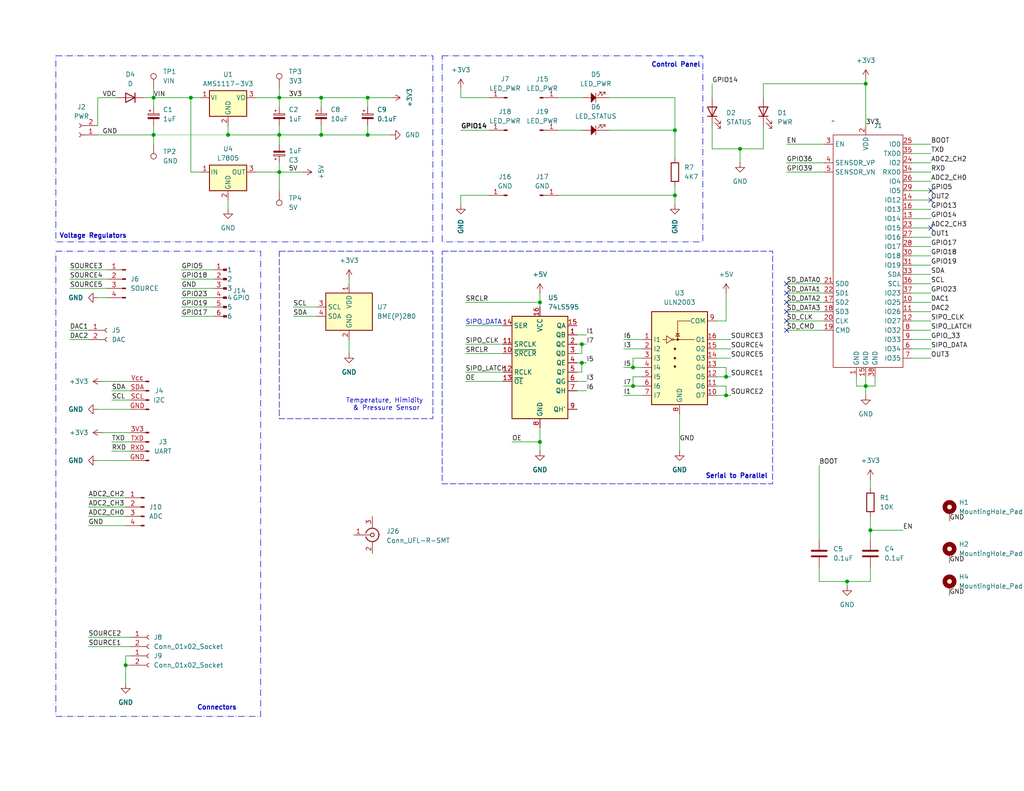
<source format=kicad_sch>
(kicad_sch (version 20231120) (generator "eeschema") (generator_version "8.0")
  (paper "USLetter")
  (title_block (title "ESP32 Node") (date "2024-07-03") (rev "v2.0"))
  (junction (at 388.62 22.86))
  (junction (at 595.63 139.7))
  (junction (at 147.32 120.65))
  (junction (at 87.63 26.67))
  (junction (at 62.23 36.83))
  (junction (at 198.12 102.87))
  (junction (at 76.2 36.83))
  (junction (at 184.15 35.56))
  (junction (at 358.14 30.48))
  (junction (at 198.12 107.95))
  (junction (at 172.72 105.41))
  (junction (at 100.33 36.83))
  (junction (at 595.63 116.84))
  (junction (at 595.63 132.08))
  (junction (at 595.63 124.46))
  (junction (at 41.91 36.83))
  (junction (at 52.07 26.67))
  (junction (at 478.79 156.21))
  (junction (at 76.2 46.99))
  (junction (at 158.75 93.98))
  (junction (at 377.19 151.13))
  (junction (at 236.22 105.41))
  (junction (at 158.75 99.06))
  (junction (at 347.98 54.61))
  (junction (at 401.32 163.83))
  (junction (at 237.49 144.78))
  (junction (at 495.3 168.91))
  (junction (at 100.33 26.67))
  (junction (at 76.2 26.67))
  (junction (at 595.63 128.27))
  (junction (at 41.91 26.67))
  (junction (at 87.63 36.83))
  (junction (at 147.32 82.55))
  (junction (at 184.15 53.34))
  (junction (at 449.58 99.06))
  (junction (at 495.3 156.21))
  (junction (at 231.14 158.75))
  (junction (at 236.22 22.86))
  (junction (at 358.14 22.86))
  (junction (at 201.93 40.64))
  (junction (at 595.63 135.89))
  (junction (at 374.65 30.48))
  (junction (at 595.63 120.65))
  (junction (at 172.72 100.33))
  (junction (at 34.29 181.61))
  (no_connect (at 214.63 82.55))
  (no_connect (at 214.63 90.17))
  (no_connect (at 361.95 113.03))
  (no_connect (at 214.63 85.09))
  (no_connect (at 254 52.07))
  (no_connect (at 254 62.23))
  (no_connect (at 254 54.61))
  (no_connect (at 214.63 80.01))
  (no_connect (at 214.63 87.63))
  (no_connect (at 214.63 77.47))
  (wire (pts (xy 478.79 168.91) (xy 476.25 168.91)))
  (wire (pts (xy 158.75 99.06) (xy 158.75 101.6)))
  (wire (pts (xy 248.92 44.45) (xy 254 44.45)))
  (wire (pts (xy 327.66 25.4) (xy 328.93 25.4)))
  (wire (pts (xy 62.23 54.61) (xy 62.23 57.15)))
  (wire (pts (xy 52.07 26.67) (xy 54.61 26.67)))
  (wire (pts (xy 588.01 135.89) (xy 595.63 135.89)))
  (wire (pts (xy 558.8 53.34) (xy 568.96 53.34)))
  (wire (pts (xy 157.48 99.06) (xy 158.75 99.06)))
  (wire (pts (xy 214.63 87.63) (xy 224.79 87.63)))
  (wire (pts (xy 34.29 179.07) (xy 34.29 181.61)))
  (wire (pts (xy 30.48 109.22) (xy 35.56 109.22)))
  (wire (pts (xy 195.58 107.95) (xy 198.12 107.95)))
  (wire (pts (xy 41.91 36.83) (xy 62.23 36.83)) (stroke (width 0.0254)))
  (wire (pts (xy 558.8 55.88) (xy 568.96 55.88)))
  (wire (pts (xy 358.14 171.45) (xy 361.95 171.45)))
  (wire (pts (xy 147.32 116.84) (xy 147.32 120.65)))
  (wire (pts (xy 127 93.98) (xy 137.16 93.98)))
  (wire (pts (xy 572.77 120.65) (xy 580.39 120.65)))
  (wire (pts (xy 184.15 26.67) (xy 184.15 35.56)))
  (wire (pts (xy 615.95 24.13) (xy 622.3 24.13)))
  (wire (pts (xy 588.01 124.46) (xy 595.63 124.46)))
  (wire (pts (xy 184.15 50.8) (xy 184.15 53.34)))
  (wire (pts (xy 24.13 173.99) (xy 35.56 173.99)))
  (wire (pts (xy 223.52 158.75) (xy 231.14 158.75)))
  (wire (pts (xy 595.63 139.7) (xy 595.63 143.51)))
  (wire (pts (xy 41.91 26.67) (xy 52.07 26.67)))
  (wire (pts (xy 341.63 52.07) (xy 354.33 52.07)))
  (wire (pts (xy 248.92 49.53) (xy 254 49.53)))
  (wire (pts (xy 201.93 40.64) (xy 208.28 40.64)))
  (wire (pts (xy 588.01 120.65) (xy 595.63 120.65)))
  (wire (pts (xy 495.3 158.75) (xy 495.3 156.21)))
  (wire (pts (xy 377.19 151.13) (xy 382.27 151.13)))
  (wire (pts (xy 214.63 85.09) (xy 224.79 85.09)))
  (wire (pts (xy 54.61 46.99) (xy 52.07 46.99)))
  (wire (pts (xy 30.48 120.65) (xy 35.56 120.65)))
  (wire (pts (xy 508 91.44) (xy 515.62 91.44)))
  (wire (pts (xy 495.3 156.21) (xy 504.19 156.21)))
  (wire (pts (xy 623.57 62.23) (xy 635 62.23)))
  (wire (pts (xy 24.13 140.97) (xy 34.29 140.97)))
  (wire (pts (xy 401.32 142.24) (xy 401.32 146.05)))
  (wire (pts (xy 127 96.52) (xy 137.16 96.52)))
  (wire (pts (xy 236.22 21.59) (xy 236.22 22.86)))
  (wire (pts (xy 248.92 64.77) (xy 254 64.77)))
  (wire (pts (xy 172.72 100.33) (xy 175.26 100.33)))
  (wire (pts (xy 172.72 105.41) (xy 175.26 105.41)))
  (wire (pts (xy 248.92 67.31) (xy 254 67.31)))
  (wire (pts (xy 615.95 26.67) (xy 622.3 26.67)))
  (wire (pts (xy 615.95 19.05) (xy 622.3 19.05)))
  (wire (pts (xy 623.57 57.15) (xy 635 57.15)))
  (wire (pts (xy 353.06 22.86) (xy 358.14 22.86)))
  (wire (pts (xy 27.94 104.14) (xy 35.56 104.14)))
  (wire (pts (xy 198.12 107.95) (xy 199.39 107.95)))
  (wire (pts (xy 572.77 128.27) (xy 580.39 128.27)))
  (wire (pts (xy 170.18 92.71) (xy 175.26 92.71)))
  (wire (pts (xy 389.89 151.13) (xy 393.7 151.13)))
  (wire (pts (xy 452.12 95.25) (xy 452.12 99.06)))
  (wire (pts (xy 62.23 34.29) (xy 62.23 36.83)))
  (wire (pts (xy 100.33 36.83) (xy 106.68 36.83)))
  (wire (pts (xy 195.58 92.71) (xy 199.39 92.71)))
  (wire (pts (xy 29.21 78.74) (xy 19.05 78.74)))
  (wire (pts (xy 551.22 22.73) (xy 558.84 22.73)))
  (wire (pts (xy 233.68 105.41) (xy 236.22 105.41)))
  (wire (pts (xy 158.75 93.98) (xy 160.02 93.98)))
  (wire (pts (xy 125.73 26.67) (xy 125.73 24.13)))
  (wire (pts (xy 76.2 34.29) (xy 76.2 36.83)))
  (wire (pts (xy 29.21 73.66) (xy 19.05 73.66)))
  (wire (pts (xy 248.92 39.37) (xy 254 39.37)))
  (wire (pts (xy 87.63 26.67) (xy 87.63 29.21)))
  (wire (pts (xy 374.65 30.48) (xy 374.65 34.29)))
  (wire (pts (xy 49.53 81.28) (xy 58.42 81.28)))
  (wire (pts (xy 595.63 120.65) (xy 595.63 124.46)))
  (wire (pts (xy 198.12 87.63) (xy 195.58 87.63)))
  (wire (pts (xy 461.01 67.31) (xy 466.09 67.31)))
  (wire (pts (xy 194.31 22.86) (xy 194.31 26.67)))
  (wire (pts (xy 49.53 83.82) (xy 58.42 83.82)))
  (wire (pts (xy 195.58 105.41) (xy 198.12 105.41)))
  (wire (pts (xy 26.67 81.28) (xy 29.21 81.28)))
  (wire (pts (xy 147.32 82.55) (xy 147.32 83.82)))
  (wire (pts (xy 595.63 128.27) (xy 595.63 132.08)))
  (wire (pts (xy 458.47 168.91) (xy 461.01 168.91)))
  (wire (pts (xy 595.63 116.84) (xy 595.63 120.65)))
  (wire (pts (xy 504.19 163.83) (xy 504.19 168.91)))
  (wire (pts (xy 631.19 8.89) (xy 631.19 12.7)))
  (wire (pts (xy 125.73 53.34) (xy 125.73 55.88)))
  (wire (pts (xy 382.27 22.86) (xy 388.62 22.86)))
  (wire (pts (xy 224.79 39.37) (xy 214.63 39.37)))
  (wire (pts (xy 358.14 173.99) (xy 361.95 173.99)))
  (wire (pts (xy 166.37 35.56) (xy 184.15 35.56)))
  (wire (pts (xy 133.35 26.67) (xy 125.73 26.67)))
  (wire (pts (xy 147.32 80.01) (xy 147.32 82.55)))
  (wire (pts (xy 26.67 26.67) (xy 31.75 26.67)))
  (wire (pts (xy 233.68 102.87) (xy 233.68 105.41)))
  (wire (pts (xy 434.34 55.88) (xy 438.15 55.88)))
  (wire (pts (xy 588.01 132.08) (xy 595.63 132.08)))
  (wire (pts (xy 41.91 39.37) (xy 41.91 36.83)))
  (wire (pts (xy 19.05 90.17) (xy 24.13 90.17)))
  (wire (pts (xy 214.63 46.99) (xy 224.79 46.99)))
  (wire (pts (xy 504.19 161.29) (xy 506.73 161.29)))
  (wire (pts (xy 49.53 76.2) (xy 58.42 76.2)))
  (wire (pts (xy 34.29 181.61) (xy 35.56 181.61)))
  (wire (pts (xy 27.94 118.11) (xy 35.56 118.11)))
  (wire (pts (xy 41.91 26.67) (xy 41.91 29.21)))
  (wire (pts (xy 237.49 140.97) (xy 237.49 144.78)))
  (wire (pts (xy 237.49 144.78) (xy 246.38 144.78)))
  (wire (pts (xy 198.12 100.33) (xy 198.12 102.87)))
  (wire (pts (xy 248.92 92.71) (xy 254 92.71)))
  (wire (pts (xy 41.91 34.29) (xy 41.91 36.83)))
  (wire (pts (xy 201.93 44.45) (xy 201.93 40.64)))
  (wire (pts (xy 152.4 35.56) (xy 158.75 35.56)))
  (wire (pts (xy 214.63 80.01) (xy 224.79 80.01)))
  (wire (pts (xy 198.12 80.01) (xy 198.12 87.63)))
  (wire (pts (xy 24.13 176.53) (xy 35.56 176.53)))
  (wire (pts (xy 486.41 173.99) (xy 487.68 173.99)))
  (wire (pts (xy 214.63 77.47) (xy 224.79 77.47)))
  (wire (pts (xy 157.48 96.52) (xy 158.75 96.52)))
  (wire (pts (xy 361.95 118.11) (xy 373.38 118.11)))
  (wire (pts (xy 157.48 104.14) (xy 160.02 104.14)))
  (wire (pts (xy 208.28 34.29) (xy 208.28 40.64)))
  (wire (pts (xy 52.07 26.67) (xy 52.07 46.99)))
  (wire (pts (xy 248.92 87.63) (xy 254 87.63)))
  (wire (pts (xy 342.9 113.03) (xy 346.71 113.03)))
  (wire (pts (xy 35.56 179.07) (xy 34.29 179.07)))
  (wire (pts (xy 76.2 46.99) (xy 82.55 46.99)))
  (wire (pts (xy 41.91 24.13) (xy 41.91 26.67)))
  (wire (pts (xy 76.2 36.83) (xy 87.63 36.83)))
  (wire (pts (xy 588.01 128.27) (xy 595.63 128.27)))
  (wire (pts (xy 248.92 90.17) (xy 254 90.17)))
  (wire (pts (xy 152.4 26.67) (xy 158.75 26.67)))
  (wire (pts (xy 567.73 10.03) (xy 567.73 13.84)))
  (wire (pts (xy 195.58 97.79) (xy 199.39 97.79)))
  (wire (pts (xy 401.32 156.21) (xy 401.32 163.83)))
  (wire (pts (xy 631.19 33.02) (xy 631.19 35.56)))
  (wire (pts (xy 248.92 80.01) (xy 254 80.01)))
  (wire (pts (xy 461.01 69.85) (xy 466.09 69.85)))
  (wire (pts (xy 237.49 154.94) (xy 237.49 158.75)))
  (wire (pts (xy 208.28 22.86) (xy 208.28 26.67)))
  (wire (pts (xy 127 88.9) (xy 137.16 88.9)))
  (wire (pts (xy 504.19 156.21) (xy 504.19 161.29)))
  (wire (pts (xy 623.57 66.04) (xy 623.57 62.23)))
  (wire (pts (xy 80.01 86.36) (xy 86.36 86.36)))
  (wire (pts (xy 195.58 100.33) (xy 198.12 100.33)))
  (wire (pts (xy 35.56 111.76) (xy 26.67 111.76)))
  (wire (pts (xy 195.58 95.25) (xy 199.39 95.25)))
  (wire (pts (xy 495.3 156.21) (xy 478.79 156.21)))
  (wire (pts (xy 30.48 123.19) (xy 35.56 123.19)))
  (wire (pts (xy 476.25 173.99) (xy 478.79 173.99)))
  (wire (pts (xy 125.73 35.56) (xy 133.35 35.56)))
  (wire (pts (xy 87.63 26.67) (xy 100.33 26.67)))
  (wire (pts (xy 595.63 113.03) (xy 595.63 116.84)))
  (wire (pts (xy 194.31 40.64) (xy 201.93 40.64)))
  (wire (pts (xy 76.2 36.83) (xy 76.2 39.37)))
  (wire (pts (xy 248.92 41.91) (xy 254 41.91)))
  (wire (pts (xy 452.12 99.06) (xy 449.58 99.06)))
  (wire (pts (xy 248.92 85.09) (xy 254 85.09)))
  (wire (pts (xy 461.01 62.23) (xy 466.09 62.23)))
  (wire (pts (xy 237.49 144.78) (xy 237.49 147.32)))
  (wire (pts (xy 194.31 34.29) (xy 194.31 40.64)))
  (wire (pts (xy 147.32 120.65) (xy 147.32 123.19)))
  (wire (pts (xy 449.58 95.25) (xy 449.58 99.06)))
  (wire (pts (xy 448.31 27.94) (xy 448.31 31.75)))
  (wire (pts (xy 434.34 58.42) (xy 438.15 58.42)))
  (wire (pts (xy 551.22 20.19) (xy 558.84 20.19)))
  (wire (pts (xy 100.33 26.67) (xy 100.33 29.21)))
  (wire (pts (xy 623.57 59.69) (xy 635 59.69)))
  (wire (pts (xy 358.14 166.37) (xy 361.95 166.37)))
  (wire (pts (xy 358.14 24.13) (xy 358.14 22.86)))
  (wire (pts (xy 623.57 54.61) (xy 635 54.61)))
  (wire (pts (xy 388.62 30.48) (xy 374.65 30.48)))
  (wire (pts (xy 588.01 139.7) (xy 595.63 139.7)))
  (wire (pts (xy 62.23 36.83) (xy 76.2 36.83)))
  (wire (pts (xy 401.32 163.83) (xy 401.32 172.72)))
  (wire (pts (xy 358.14 168.91) (xy 361.95 168.91)))
  (wire (pts (xy 361.95 115.57) (xy 373.38 115.57)))
  (wire (pts (xy 248.92 72.39) (xy 254 72.39)))
  (wire (pts (xy 214.63 90.17) (xy 224.79 90.17)))
  (wire (pts (xy 561.34 48.26) (xy 568.96 48.26)))
  (wire (pts (xy 449.58 99.06) (xy 449.58 101.6)))
  (wire (pts (xy 76.2 29.21) (xy 76.2 26.67)))
  (wire (pts (xy 236.22 22.86) (xy 236.22 34.29)))
  (wire (pts (xy 80.01 83.82) (xy 86.36 83.82)))
  (wire (pts (xy 248.92 46.99) (xy 254 46.99)))
  (wire (pts (xy 76.2 46.99) (xy 76.2 52.07)))
  (wire (pts (xy 170.18 105.41) (xy 172.72 105.41)))
  (wire (pts (xy 572.77 135.89) (xy 580.39 135.89)))
  (wire (pts (xy 248.92 57.15) (xy 254 57.15)))
  (wire (pts (xy 248.92 74.93) (xy 254 74.93)))
  (wire (pts (xy 327.66 30.48) (xy 358.14 30.48)))
  (wire (pts (xy 341.63 49.53) (xy 347.98 49.53)))
  (wire (pts (xy 347.98 49.53) (xy 347.98 54.61)))
  (wire (pts (xy 26.67 36.83) (xy 41.91 36.83)))
  (wire (pts (xy 401.32 163.83) (xy 393.7 163.83)))
  (wire (pts (xy 24.13 138.43) (xy 34.29 138.43)))
  (wire (pts (xy 125.73 53.34) (xy 133.35 53.34)))
  (wire (pts (xy 558.8 58.42) (xy 558.8 55.88)))
  (wire (pts (xy 170.18 107.95) (xy 175.26 107.95)))
  (wire (pts (xy 377.19 142.24) (xy 377.19 151.13)))
  (wire (pts (xy 572.77 116.84) (xy 580.39 116.84)))
  (wire (pts (xy 214.63 44.45) (xy 224.79 44.45)))
  (wire (pts (xy 495.3 179.07) (xy 495.3 182.88)))
  (wire (pts (xy 157.48 91.44) (xy 160.02 91.44)))
  (wire (pts (xy 35.56 125.73) (xy 26.67 125.73)))
  (wire (pts (xy 572.77 124.46) (xy 580.39 124.46)))
  (wire (pts (xy 248.92 62.23) (xy 254 62.23)))
  (wire (pts (xy 504.19 88.9) (xy 515.62 88.9)))
  (wire (pts (xy 100.33 34.29) (xy 100.33 36.83)))
  (wire (pts (xy 506.73 163.83) (xy 504.19 163.83)))
  (wire (pts (xy 327.66 113.03) (xy 335.28 113.03)))
  (wire (pts (xy 95.25 76.2) (xy 95.25 77.47)))
  (wire (pts (xy 49.53 86.36) (xy 58.42 86.36)))
  (wire (pts (xy 236.22 105.41) (xy 236.22 107.95)))
  (wire (pts (xy 248.92 54.61) (xy 254 54.61)))
  (wire (pts (xy 248.92 82.55) (xy 254 82.55)))
  (wire (pts (xy 595.63 135.89) (xy 595.63 139.7)))
  (wire (pts (xy 248.92 97.79) (xy 254 97.79)))
  (wire (pts (xy 478.79 156.21) (xy 478.79 168.91)))
  (wire (pts (xy 76.2 44.45) (xy 76.2 46.99)))
  (wire (pts (xy 170.18 95.25) (xy 175.26 95.25)))
  (wire (pts (xy 127 101.6) (xy 137.16 101.6)))
  (wire (pts (xy 223.52 127) (xy 223.52 147.32)))
  (wire (pts (xy 572.77 139.7) (xy 580.39 139.7)))
  (wire (pts (xy 626.11 49.53) (xy 635 49.53)))
  (wire (pts (xy 384.81 163.83) (xy 386.08 163.83)))
  (wire (pts (xy 461.01 72.39) (xy 466.09 72.39)))
  (wire (pts (xy 344.17 123.19) (xy 344.17 118.11)))
  (wire (pts (xy 184.15 53.34) (xy 184.15 55.88)))
  (wire (pts (xy 198.12 105.41) (xy 198.12 107.95)))
  (wire (pts (xy 455.93 173.99) (xy 461.01 173.99)))
  (wire (pts (xy 69.85 46.99) (xy 76.2 46.99)))
  (wire (pts (xy 69.85 26.67) (xy 76.2 26.67)))
  (wire (pts (xy 388.62 29.21) (xy 388.62 30.48)))
  (wire (pts (xy 347.98 54.61) (xy 347.98 60.96)))
  (wire (pts (xy 19.05 92.71) (xy 24.13 92.71)))
  (wire (pts (xy 34.29 181.61) (xy 34.29 186.69)))
  (wire (pts (xy 127 82.55) (xy 147.32 82.55)))
  (wire (pts (xy 238.76 105.41) (xy 236.22 105.41)))
  (wire (pts (xy 377.19 168.91) (xy 377.19 172.72)))
  (wire (pts (xy 341.63 54.61) (xy 347.98 54.61)))
  (wire (pts (xy 198.12 102.87) (xy 199.39 102.87)))
  (wire (pts (xy 440.69 168.91) (xy 450.85 168.91)))
  (wire (pts (xy 388.62 22.86) (xy 388.62 24.13)))
  (wire (pts (xy 248.92 52.07) (xy 254 52.07)))
  (wire (pts (xy 339.09 22.86) (xy 345.44 22.86)))
  (wire (pts (xy 157.48 93.98) (xy 158.75 93.98)))
  (wire (pts (xy 248.92 95.25) (xy 254 95.25)))
  (wire (pts (xy 358.14 163.83) (xy 361.95 163.83)))
  (wire (pts (xy 623.57 52.07) (xy 635 52.07)))
  (wire (pts (xy 238.76 102.87) (xy 238.76 105.41)))
  (wire (pts (xy 588.01 113.03) (xy 595.63 113.03)))
  (wire (pts (xy 588.01 116.84) (xy 595.63 116.84)))
  (wire (pts (xy 34.29 135.89) (xy 24.13 135.89)))
  (wire (pts (xy 447.04 99.06) (xy 449.58 99.06)))
  (wire (pts (xy 558.8 50.8) (xy 568.96 50.8)))
  (wire (pts (xy 447.04 95.25) (xy 447.04 99.06)))
  (wire (pts (xy 184.15 35.56) (xy 184.15 43.18)))
  (wire (pts (xy 139.7 120.65) (xy 147.32 120.65)))
  (wire (pts (xy 388.62 22.86) (xy 400.05 22.86)) (stroke (width 0) (color 255 0 0 1)))
  (wire (pts (xy 248.92 69.85) (xy 254 69.85)))
  (wire (pts (xy 76.2 24.13) (xy 76.2 26.67)))
  (wire (pts (xy 175.26 102.87) (xy 172.72 102.87)))
  (wire (pts (xy 248.92 59.69) (xy 254 59.69)))
  (wire (pts (xy 175.26 97.79) (xy 172.72 97.79)))
  (wire (pts (xy 358.14 22.86) (xy 367.03 22.86)))
  (wire (pts (xy 461.01 44.45) (xy 466.09 44.45)))
  (wire (pts (xy 358.14 30.48) (xy 374.65 30.48)))
  (wire (pts (xy 237.49 130.81) (xy 237.49 133.35)))
  (wire (pts (xy 495.3 166.37) (xy 495.3 168.91)))
  (wire (pts (xy 170.18 100.33) (xy 172.72 100.33)))
  (wire (pts (xy 87.63 34.29) (xy 87.63 36.83)))
  (wire (pts (xy 358.14 29.21) (xy 358.14 30.48)))
  (wire (pts (xy 49.53 73.66) (xy 58.42 73.66)))
  (wire (pts (xy 30.48 106.68) (xy 35.56 106.68)))
  (wire (pts (xy 248.92 77.47) (xy 254 77.47)))
  (wire (pts (xy 26.67 26.67) (xy 26.67 34.29)))
  (wire (pts (xy 615.95 21.59) (xy 622.3 21.59)))
  (wire (pts (xy 358.14 161.29) (xy 361.95 161.29)))
  (wire (pts (xy 152.4 53.34) (xy 184.15 53.34)))
  (wire (pts (xy 231.14 158.75) (xy 231.14 160.02)))
  (wire (pts (xy 24.13 143.51) (xy 34.29 143.51)))
  (wire (pts (xy 214.63 82.55) (xy 224.79 82.55)))
  (wire (pts (xy 377.19 151.13) (xy 377.19 158.75)))
  (wire (pts (xy 572.77 132.08) (xy 580.39 132.08)))
  (wire (pts (xy 172.72 97.79) (xy 172.72 100.33)))
  (wire (pts (xy 157.48 101.6) (xy 158.75 101.6)))
  (wire (pts (xy 157.48 106.68) (xy 160.02 106.68)))
  (wire (pts (xy 95.25 92.71) (xy 95.25 96.52)))
  (wire (pts (xy 567.73 29.08) (xy 567.73 34.16)))
  (wire (pts (xy 595.63 124.46) (xy 595.63 128.27)))
  (wire (pts (xy 223.52 154.94) (xy 223.52 158.75)))
  (wire (pts (xy 478.79 153.67) (xy 478.79 156.21)))
  (wire (pts (xy 195.58 102.87) (xy 198.12 102.87)))
  (wire (pts (xy 185.42 113.03) (xy 185.42 123.19)))
  (wire (pts (xy 76.2 26.67) (xy 87.63 26.67)))
  (wire (pts (xy 450.85 27.94) (xy 450.85 31.75)))
  (wire (pts (xy 49.53 78.74) (xy 58.42 78.74)))
  (wire (pts (xy 29.21 76.2) (xy 19.05 76.2)))
  (wire (pts (xy 344.17 118.11) (xy 346.71 118.11)))
  (wire (pts (xy 231.14 158.75) (xy 237.49 158.75)))
  (wire (pts (xy 208.28 22.86) (xy 236.22 22.86)))
  (wire (pts (xy 327.66 27.94) (xy 327.66 25.4)))
  (wire (pts (xy 504.19 168.91) (xy 495.3 168.91)))
  (wire (pts (xy 158.75 99.06) (xy 160.02 99.06)))
  (wire (pts (xy 455.93 182.88) (xy 455.93 173.99)))
  (wire (pts (xy 172.72 102.87) (xy 172.72 105.41)))
  (wire (pts (xy 236.22 102.87) (xy 236.22 105.41)))
  (wire (pts (xy 595.63 132.08) (xy 595.63 135.89)))
  (wire (pts (xy 158.75 96.52) (xy 158.75 93.98)))
  (wire (pts (xy 580.39 113.03) (xy 572.77 113.03)))
  (wire (pts (xy 166.37 26.67) (xy 184.15 26.67)))
  (wire (pts (xy 87.63 36.83) (xy 100.33 36.83)))
  (wire (pts (xy 461.01 64.77) (xy 466.09 64.77)))
  (wire (pts (xy 100.33 26.67) (xy 106.68 26.67)))
  (wire (pts (xy 39.37 26.67) (xy 41.91 26.67)))
  (wire (pts (xy 127 104.14) (xy 137.16 104.14)))
  (rectangle (start 328.93 137.16) (end 412.75 186.69) (stroke (width 0) (type dash_dot)))
  (rectangle (start 120.65 68.58) (end 210.82 132.08) (stroke (width 0) (type dash)))
  (rectangle (start 15.24 68.58) (end 71.12 195.58) (stroke (width 0) (type dash_dot)))
  (rectangle (start 76.2 68.58) (end 118.11 114.3) (stroke (width 0) (type dash)))
  (rectangle (start 120.65 15.24) (end 191.77 66.04) (stroke (width 0) (type dash_dot)))
  (rectangle (start 15.24 15.24) (end 118.11 66.04) (stroke (width 0) (type dash_dot)))
  (text "Voltage Regulators" (at 25.4 63.754 0) (effects (font (size 1.27 1.27) (thickness 0.254) (bold yes)) (justify top)))
  (text "UART Programmer" (at 401.828 184.912 0) (effects (font (size 1.27 1.27))))
  (text "Control Panel " (at 184.912 17.78 0) (effects (font (size 1.27 1.27) (thickness 0.254) (bold yes))))
  (text "Connectors\n" (at 59.182 193.294 0) (effects (font (size 1.27 1.27) (thickness 0.254) (bold yes))))
  (text "Serial to Parallel" (at 209.55 130.81 0) (effects (font (size 1.27 1.27) (bold yes)) (justify right bottom)))
  (text "Temperature, Himidity \n& Pressure Sensor" (at 105.41 110.49 0) (effects (font (size 1.27 1.27))))
  (label "SIPO_DATA" (at 254 95.25 0))
  (label "VIN" (at 358.14 22.86 0))
  (label "SOURCE5" (at 199.39 97.79 0))
  (label "GND" (at 259.08 142.24 0))
  (label "SPI-SDA" (at 623.57 52.07 0))
  (label "12V" (at 508 91.44 0))
  (label "SOURCE3" (at 19.05 73.66 0))
  (label "SOURCE4" (at 19.05 76.2 0))
  (label "SD_DATA1" (at 214.63 80.01 0))
  (label "SOURCE1" (at 24.13 176.53 0))
  (label "I7" (at 160.02 93.98 0))
  (label "TXD" (at 361.95 166.37 0))
  (label "GPIO5" (at 254 52.07 0))
  (label "SOURCE5" (at 19.05 78.74 0))
  (label "RTS" (at 401.32 172.72 0))
  (label "ADC2_CH2" (at 254 44.45 0))
  (label "OUT1" (at 254 64.77 0))
  (label "SPI-SDO" (at 623.57 59.69 0))
  (label "GND" (at 508 88.9 0))
  (label "SPI-SCL" (at 466.09 62.23 0))
  (label "GPIO_33" (at 254 92.71 0))
  (label "I3" (at 160.02 104.14 0))
  (label "OUT2" (at 254 54.61 0))
  (label "3V3" (at 361.95 161.29 0))
  (label "SD_DATA0" (at 214.63 77.47 0))
  (label "QB-2" (at 572.77 116.84 180))
  (label "EN" (at 401.32 142.24 0))
  (label "D5" (at 615.95 24.13 0))
  (label "5V" (at 397.51 22.86 0))
  (label "GPIO23" (at 254 80.01 0))
  (label "VDC" (at 27.94 26.67 0))
  (label "GPIO13" (at 254 57.15 0))
  (label "SCL" (at 80.01 83.82 0))
  (label "QD-2" (at 572.77 124.46 180))
  (label "SIPO_CLK" (at 127 93.98 0))
  (label "QF-2" (at 572.77 132.08 180))
  (label "SD_CLK" (at 214.63 87.63 0))
  (label "SPI-CSB" (at 623.57 57.15 0))
  (label "DAC2" (at 19.05 92.71 0))
  (label "OE" (at 139.7 120.65 0))
  (label "TXD" (at 254 41.91 0))
  (label "I1" (at 170.18 107.95 0))
  (label "BOOT" (at 223.52 127 0))
  (label "ADC2_CH2" (at 24.13 135.89 0))
  (label "SDA" (at 254 74.93 0))
  (label "D19" (at 615.95 26.67 0))
  (label "SD_CMD" (at 214.63 90.17 0))
  (label "ADC2_CH0" (at 24.13 140.97 0))
  (label "SD_DATA3" (at 214.63 85.09 0))
  (label "SIPO_LATCH" (at 127 101.6 0))
  (label "QA-2" (at 572.77 113.03 180))
  (label "I5" (at 160.02 99.06 0))
  (label "GPIO17" (at 254 67.31 0))
  (label "GPIO23" (at 49.53 81.28 0))
  (label "3V3" (at 450.85 27.94 0))
  (label "GPIO5" (at 49.53 73.66 0))
  (label "DTR" (at 377.19 142.24 0))
  (label "GPIO13" (at 440.69 168.91 0))
  (label "SD_DATA2" (at 214.63 82.55 0))
  (label "SDA-2" (at 551.22 22.73 0))
  (label "SPI-SCL" (at 623.57 54.61 0))
  (label "GND" (at 24.13 143.51 0))
  (label "EN" (at 246.38 144.78 0))
  (label "D18" (at 615.95 19.05 0))
  (label "RTS" (at 361.95 171.45 0))
  (label "D23" (at 615.95 21.59 0))
  (label "5V" (at 342.9 52.07 0))
  (label "SCL" (at 254 77.47 0))
  (label "SIPO_LATCH" (at 254 90.17 0))
  (label "GPIO18" (at 254 69.85 0))
  (label "GPIO14" (at 194.31 22.86 0))
  (label "GPIO14" (at 254 59.69 0))
  (label "V1-" (at 363.22 118.11 0))
  (label "BOOT" (at 377.19 172.72 0))
  (label "RX" (at 434.34 55.88 0))
  (label "RXD" (at 30.48 123.19 0))
  (label "GPIO27" (at 327.66 113.03 0))
  (label "SCL" (at 30.48 109.22 0))
  (label "GND" (at 361.95 163.83 0))
  (label "SIPO_CLK" (at 254 87.63 0))
  (label "GND" (at 49.53 78.74 0))
  (label "I6" (at 170.18 92.71 0))
  (label "3V3" (at 236.22 34.29 0))
  (label "QE-2" (at 572.77 128.27 180))
  (label "ADC2_CH3" (at 254 62.23 0))
  (label "SPI-SDO" (at 466.09 64.77 0))
  (label "OUT3" (at 254 97.79 0))
  (label "SCL-2" (at 558.8 53.34 0))
  (label "GPIO39" (at 214.63 46.99 0))
  (label "I5" (at 170.18 100.33 0))
  (label "SOURCE1" (at 199.39 102.87 0))
  (label "SPI-CSB" (at 466.09 44.45 0))
  (label "SPI-SDA" (at 466.09 72.39 0))
  (label "GND" (at 259.08 153.67 0))
  (label "GPIO17" (at 49.53 86.36 0))
  (label "GPIO18" (at 49.53 76.2 0))
  (label "SOURCE2" (at 199.39 107.95 0))
  (label "BOOT" (at 254 39.37 0))
  (label "RXD" (at 361.95 168.91 0))
  (label "SRCLR" (at 127 82.55 0))
  (label "SOURCE3" (at 199.39 92.71 0))
  (label "DTR" (at 361.95 173.99 0))
  (label "ADC2_CH0" (at 254 49.53 0))
  (label "5V" (at 78.74 46.99 0))
  (label "ADC2_CH3" (at 24.13 138.43 0))
  (label "SCL-2" (at 551.22 20.19 0))
  (label "GND" (at 259.08 162.56 0))
  (label "VIN" (at 41.91 26.67 0))
  (label "SDA-2" (at 558.8 50.8 0))
  (label "DAC2" (at 254 85.09 0))
  (label "SDA" (at 80.01 86.36 0))
  (label "TX" (at 434.34 58.42 0))
  (label "QH-2" (at 572.77 139.7 180))
  (label "DAC1" (at 254 82.55 0))
  (label "3V3" (at 78.74 26.67 0))
  (label "OE" (at 127 104.14 0))
  (label "SDA" (at 30.48 106.68 0))
  (label "SRCLR" (at 127 96.52 0))
  (label "GPIO19" (at 49.53 83.82 0))
  (label "GPIO36" (at 214.63 44.45 0))
  (label "GPIO19" (at 254 72.39 0))
  (label "SCL-2" (at 466.09 69.85 0))
  (label "I3" (at 170.18 95.25 0))
  (label "GND" (at 27.94 36.83 0))
  (label "I1" (at 160.02 91.44 0))
  (label "V1+" (at 363.22 115.57 0))
  (label "DAC1" (at 19.05 90.17 0))
  (label "EN" (at 214.63 39.37 0))
  (label "VDC" (at 340.36 22.86 0))
  (label "I6" (at 160.02 106.68 0))
  (label "SIPO_DATA" (at 127 88.9 0))
  (label "QC-2" (at 572.77 120.65 180))
  (label "GND" (at 185.42 120.65 0))
  (label "GPIO14" (at 125.73 35.56 0) (effects (font (bold yes))))
  (label "SOURCE4" (at 199.39 95.25 0))
  (label "I7" (at 170.18 105.41 0))
  (label "GND" (at 347.98 30.48 0))
  (label "TXD" (at 30.48 120.65 0))
  (label "SDA-2" (at 466.09 67.31 0))
  (label "SOURCE2" (at 24.13 173.99 0))
  (label "RXD" (at 254 46.99 0))
  (label "QG-2" (at 572.77 135.89 180))
  (symbol (lib_id "Connector:Conn_01x02_Socket") (at 29.21 90.17 0) (unit 1)
    (property "Reference" "J5" (at 30.48 90.1699 0) (effects (justify left)))
    (property "Value" "DAC" (at 30.48 92.7099 0) (effects (justify left)))
    (property "Footprint" "Connector_PinSocket_2.54mm:PinSocket_1x02_P2.54mm_Vertical" (effects (hide yes)))
  )
  (symbol (lib_id "power:GND") (at 631.19 35.56 0) (unit 1)
    (property "Reference" "#PWR042" (effects (hide yes)))
    (property "Value" "GND" (at 631.19 40.64 0))
  )
  (symbol (lib_id "power:GND") (at 106.68 36.83 90) (unit 1)
    (property "Reference" "#PWR03" (effects (hide yes)))
    (property "Value" "GND" (at 110.49 36.8299 90) (effects (justify right)))
  )
  (symbol (lib_id "Device:R") (at 389.89 163.83 270) (unit 1) (on_board no)
    (property "Reference" "R3" (at 389.89 157.48 90))
    (property "Value" "10K" (at 389.89 160.02 90))
    (property "Footprint" "Resistor_SMD:R_1210_3225Metric_Pad1.30x2.65mm_HandSolder" (effects (hide yes)))
    (property "Description" "Resistor" (effects (hide yes)))
  )
  (symbol (lib_id "Connector:Conn_01x04_Pin") (at 39.37 138.43 0) (mirror y) (unit 1)
    (property "Reference" "J10" (at 40.64 138.4299 0) (effects (justify right)))
    (property "Value" "ADC" (at 40.64 140.9699 0) (effects (justify right)))
    (property "Footprint" "Connector_PinSocket_2.54mm:PinSocket_1x04_P2.54mm_Vertical" (effects (hide yes)))
  )
  (symbol (lib_name "+3V3_2") (lib_id "power:+3V3") (at 631.19 8.89 0) (unit 1)
    (property "Reference" "#PWR043" (effects (hide yes)))
    (property "Value" "+3V3" (at 631.19 5.08 0))
    (property "Description" "Power symbol creates a global label with name \"+3V3\"" (effects (hide yes)))
  )
  (symbol (lib_id "Device:LED") (at 584.2 135.89 180) (unit 1)
    (property "Reference" "D14" (at 585.7875 128.27 0))
    (property "Value" "PWR" (at 585.7875 130.81 0))
    (property "Footprint" "LED_SMD:LED_1210_3225Metric_Pad1.42x2.65mm_HandSolder" (effects (hide yes)))
    (property "Description" "Light emitting diode" (effects (hide yes)))
  )
  (symbol (lib_id "Device:C_Polarized_Small") (at 388.62 26.67 0) (mirror x) (unit 1)
    (property "Reference" "C7" (at 391.16 28.4861 0) (effects (justify left)))
    (property "Value" "1uF" (at 391.16 25.9461 0) (effects (justify left)))
    (property "Footprint" "Capacitor_THT:CP_Radial_D4.0mm_P2.00mm" (effects (hide yes)))
  )
  (symbol (lib_id "power:+3V3") (at 95.25 76.2 0) (unit 1)
    (property "Reference" "#PWR022" (effects (hide yes)))
    (property "Value" "+3V3" (at 95.25 71.12 0))
  )
  (symbol (lib_id "power:GND") (at 26.67 81.28 270) (unit 1)
    (property "Reference" "#PWR023" (effects (hide yes)))
    (property "Value" "GND" (at 22.86 81.28 90) (effects (font (bold yes)) (justify right)))
  )
  (symbol (lib_id "power:+3V3") (at 27.94 118.11 90) (unit 1)
    (property "Reference" "#PWR06" (effects (hide yes)))
    (property "Value" "+3V3" (at 24.13 118.1099 90) (effects (justify left)))
  )
  (symbol (lib_id "power:GND") (at 567.73 34.16 0) (unit 1)
    (property "Reference" "#PWR032" (effects (hide yes)))
    (property "Value" "GND" (at 567.73 39.24 0))
  )
  (symbol (lib_id "Device:LED") (at 584.2 124.46 180) (unit 1)
    (property "Reference" "D11" (at 585.7875 116.84 0))
    (property "Value" "PWR" (at 585.7875 119.38 0))
    (property "Footprint" "LED_SMD:LED_1210_3225Metric_Pad1.42x2.65mm_HandSolder" (effects (hide yes)))
    (property "Description" "Light emitting diode" (effects (hide yes)))
  )
  (symbol (lib_id "Alexander Symbol Library:BME(P)280") (at 96.52 87.63 0) (unit 1)
    (property "Reference" "U7" (at 102.87 83.8199 0) (effects (justify left)))
    (property "Value" "BME(P)280" (at 102.87 86.3599 0) (effects (justify left)))
    (property "Footprint" "Alexander Footprint Library:BME280_BMP280_I2C" (effects (hide yes)))
    (property "Description" "Absolute Barometric Pressure Sensor" (effects (hide yes)))
  )
  (symbol (lib_id "Device:LED") (at 194.31 30.48 90) (unit 1)
    (property "Reference" "D2" (at 198.12 30.7974 90) (effects (justify right)))
    (property "Value" "STATUS" (at 198.12 33.3374 90) (effects (justify right)))
    (property "Footprint" "LED_SMD:LED_1210_3225Metric_Pad1.42x2.65mm_HandSolder" (effects (hide yes)))
    (property "Description" "Light emitting diode" (effects (hide yes)))
  )
  (symbol (lib_id "Connector:Conn_01x01_Pin") (at 147.32 35.56 0) (mirror x) (unit 1)
    (property "Reference" "J19" (at 147.955 30.48 0))
    (property "Value" "LED_PWR" (at 147.955 33.02 0))
    (property "Footprint" "Alexander Footprint Library:Pad_1x01_P2.54_SMD" (effects (hide yes)))
    (property "Description" "Generic connector, single row, 01x01, script generated" (effects (hide yes)))
  )
  (symbol (lib_id "power:+3V3") (at 27.94 104.14 90) (unit 1)
    (property "Reference" "#PWR08" (effects (hide yes)))
    (property "Value" "+3V3" (at 24.13 104.14 90) (effects (justify left)))
  )
  (symbol (lib_id "Regulator_Linear:L7805") (at 374.65 22.86 0) (unit 1)
    (property "Reference" "U9" (at 374.65 16.51 0))
    (property "Value" "L7805" (at 374.65 19.05 0))
    (property "Footprint" "Alexander Footprint Library:LD1117" (effects (hide yes)))
    (property "Datasheet" "datasheets/Voltage-Regulator_L7805.pdf" (effects (hide yes)))
    (property "Description" "Voltage Regulator 1.5A Positive" (effects (hide yes)))
  )
  (symbol (lib_id "Alexander Symbol Library:BME(P)280") (at 569 24 0) (unit 1)
    (property "Reference" "U8" (at 575.35 20.1899 0) (effects (justify left)))
    (property "Value" "BME(P)280" (at 575.35 22.7299 0) (effects (justify left)))
    (property "Footprint" "Alexander Footprint Library:BME280_BMP280_I2C" (effects (hide yes)))
    (property "Description" "Absolute Barometric Pressure Sensor" (effects (hide yes)))
  )
  (symbol (lib_id "power:+3V3") (at 561.34 48.26 90) (unit 1)
    (property "Reference" "#PWR038" (effects (hide yes)))
    (property "Value" "+3V3" (at 557.53 48.26 90) (effects (justify left)))
  )
  (symbol (lib_id "power:+5V") (at 198.12 80.01 0) (unit 1)
    (property "Reference" "#PWR012" (effects (hide yes)))
    (property "Value" "+5V" (at 198.12 74.93 0))
  )
  (symbol (lib_id "Device:C_Polarized_Small") (at 87.63 31.75 0) (unit 1)
    (property "Reference" "C8" (at 90.17 29.9338 0) (effects (justify left)))
    (property "Value" "10uF" (at 90.17 32.4738 0) (effects (justify left)))
    (property "Footprint" "Capacitor_SMD:CP_Elec_3x5.3" (effects (hide yes)))
  )
  (symbol (lib_id "Transistor_Array:ULN2003") (at 185.42 97.79 0) (unit 1) (on_board no)
    (property "Reference" "U3" (at 185.42 80.01 0))
    (property "Value" "ULN2003" (at 185.42 82.55 0))
    (property "Footprint" "Package_DIP:DIP-16_W7.62mm" (effects (hide yes)))
    (property "Datasheet" "http://www.ti.com/lit/ds/symlink/uln2003a.pdf" (effects (hide yes)))
  )
  (symbol (lib_id "PCM_SL_Devices:LED_5mm") (at 162.56 26.67 0) (unit 1)
    (property "Reference" "D5" (at 162.56 20.32 0))
    (property "Value" "LED_PWR" (at 162.56 22.86 0))
    (property "Footprint" "LED_THT:LED_D5.0mm" (effects (hide yes)))
    (property "Description" "Common 5mm diameter LED" (effects (hide yes)))
  )
  (symbol (lib_id "Device:LED") (at 584.2 139.7 180) (unit 1)
    (property "Reference" "D15" (at 585.7875 132.08 0))
    (property "Value" "PWR" (at 585.7875 134.62 0))
    (property "Footprint" "LED_SMD:LED_1210_3225Metric_Pad1.42x2.65mm_HandSolder" (effects (hide yes)))
    (property "Description" "Light emitting diode" (effects (hide yes)))
  )
  (symbol (lib_id "Device:D") (at 495.3 162.56 270) (unit 1) (on_board no)
    (property "Reference" "D3" (at 497.84 161.2899 90) (effects (justify left)))
    (property "Value" "1N4007" (at 497.84 163.8299 90) (effects (justify left)))
    (property "Description" "Diode" (effects (hide yes)))
    (property "Sim.Device" "D" (effects (hide yes)))
    (property "Sim.Pins" "1=K 2=A" (effects (hide yes)))
  )
  (symbol (lib_id "Device:R") (at 386.08 151.13 270) (unit 1) (on_board no)
    (property "Reference" "R4" (at 386.08 144.78 90))
    (property "Value" "10K" (at 386.08 147.32 90))
    (property "Footprint" "Resistor_SMD:R_1210_3225Metric_Pad1.30x2.65mm_HandSolder" (effects (hide yes)))
    (property "Description" "Resistor" (effects (hide yes)))
  )
  (symbol (lib_name "Conn_SPI_1") (lib_id "Alexander Symbol Library:Conn_SPI") (at 640.08 67.31 0) (mirror y) (unit 1)
    (property "Reference" "J24" (at 639.445 45.72 0))
    (property "Value" "~" (at 639.445 48.26 0))
    (property "Footprint" "Alexander Footprint Library:Conn_SPI" (effects (hide yes)))
  )
  (symbol (lib_name "Conn_UART_1") (lib_id "Alexander_Library_Symbols:Conn_UART") (at 40.64 118.11 0) (mirror y) (unit 1)
    (property "Reference" "J3" (at 44.45 120.65 0))
    (property "Value" "UART" (at 44.45 123.19 0))
    (property "Footprint" "Alexander Footprints Library:Conn_UART" (effects (hide yes)))
  )
  (symbol (lib_id "Device:C_Polarized_Small") (at 76.2 41.91 0) (mirror x) (unit 1)
    (property "Reference" "C3" (at 78.74 43.7261 0) (effects (justify left)))
    (property "Value" "1uF" (at 78.74 41.1861 0) (effects (justify left)))
    (property "Footprint" "Capacitor_THT:CP_Radial_D4.0mm_P2.00mm" (effects (hide yes)))
  )
  (symbol (lib_id "Device:C_Polarized_Small") (at 41.91 31.75 0) (unit 1)
    (property "Reference" "C1" (at 44.45 29.9339 0) (effects (justify left)))
    (property "Value" "1uF" (at 44.45 32.4739 0) (effects (justify left)))
    (property "Footprint" "Capacitor_THT:CP_Radial_D4.0mm_P2.00mm" (effects (hide yes)))
  )
  (symbol (lib_id "Device:R") (at 339.09 113.03 90) (unit 1) (on_board no)
    (property "Reference" "R2" (at 339.09 106.68 90))
    (property "Value" "1K" (at 339.09 109.22 90))
    (property "Footprint" "Resistor_SMD:R_1210_3225Metric_Pad1.30x2.65mm_HandSolder" (effects (hide yes)))
  )
  (symbol (lib_name "GND_6") (lib_id "power:GND") (at 455.93 182.88 0) (unit 1)
    (property "Reference" "#PWR020" (effects (hide yes)))
    (property "Value" "GND" (at 455.93 187.96 0))
    (property "Description" "Power symbol creates a global label with name \"GND\" , ground" (effects (hide yes)))
  )
  (symbol (lib_name "GND_5") (lib_id "power:GND") (at 495.3 182.88 0) (unit 1)
    (property "Reference" "#PWR019" (effects (hide yes)))
    (property "Value" "GND" (at 495.3 187.96 0))
    (property "Description" "Power symbol creates a global label with name \"GND\" , ground" (effects (hide yes)))
  )
  (symbol (lib_name "+5V_2") (lib_id "power:+5V") (at 448.31 27.94 0) (unit 1)
    (property "Reference" "#PWR030" (effects (hide yes)))
    (property "Value" "+5V" (at 448.31 22.86 0))
    (property "Description" "Power symbol creates a global label with name \"+5V\"" (effects (hide yes)))
  )
  (symbol (lib_id "power:GND") (at 26.67 111.76 270) (unit 1)
    (property "Reference" "#PWR09" (effects (hide yes)))
    (property "Value" "GND" (at 22.86 111.76 90) (effects (font (bold yes)) (justify right)))
  )
  (symbol (lib_name "GND_4") (lib_id "power:GND") (at 147.32 123.19 0) (unit 1)
    (property "Reference" "#PWR016" (effects (hide yes)))
    (property "Value" "GND" (at 147.32 128.27 0) (effects (font (bold yes))))
    (property "Description" "Power symbol creates a global label with name \"GND\" , ground" (effects (hide yes)))
  )
  (symbol (lib_name "+5V_2") (lib_id "power:+5V") (at 567.73 10.03 0) (unit 1)
    (property "Reference" "#PWR031" (effects (hide yes)))
    (property "Value" "+5V" (at 567.73 4.95 0))
    (property "Description" "Power symbol creates a global label with name \"+5V\"" (effects (hide yes)))
  )
  (symbol (lib_id "power:GND") (at 26.67 125.73 270) (unit 1)
    (property "Reference" "#PWR07" (effects (hide yes)))
    (property "Value" "GND" (at 22.86 125.73 90) (effects (font (bold yes)) (justify right)))
  )
  (symbol (lib_id "74xx:74LS595") (at 147.32 99.06 0) (unit 1) (on_board no)
    (property "Reference" "U5" (at 149.5141 81.28 0) (effects (justify left)))
    (property "Value" "74LS595" (at 149.5141 83.82 0) (effects (justify left)))
    (property "Footprint" "Package_DIP:DIP-16_W7.62mm" (effects (hide yes)))
    (property "Datasheet" "http://www.ti.com/lit/gpn/sn74ls595" (effects (hide yes)))
    (property "Description" "8-bit serial in/out Shift Register 3-State Outputs" (effects (hide yes)))
  )
  (symbol (lib_id "Connector:Conn_01x01_Pin") (at 147.32 26.67 0) (mirror x) (unit 1)
    (property "Reference" "J15" (at 147.955 21.59 0))
    (property "Value" "LED_PWR" (at 147.955 24.13 0))
    (property "Footprint" "Alexander Footprint Library:Pad_1x01_P2.54_SMD" (effects (hide yes)))
    (property "Description" "Generic connector, single row, 01x01, script generated" (effects (hide yes)))
  )
  (symbol (lib_id "Connector:Conn_01x02_Socket") (at 378.46 115.57 0) (unit 1) (on_board no)
    (property "Reference" "J12" (at 379.73 115.5699 0) (effects (justify left)))
    (property "Value" "Conn_01x02_Socket" (at 379.73 118.1099 0) (effects (justify left)))
    (property "Footprint" "Connector_PinSocket_2.54mm:PinSocket_1x02_P2.54mm_Vertical" (effects (hide yes)))
    (property "Description" "Generic connector, single row, 01x02, script generated" (effects (hide yes)))
  )
  (symbol (lib_id "Mechanical:MountingHole_Pad") (at 259.08 151.13 0) (unit 1)
    (property "Reference" "H2" (at 261.62 148.59 0) (effects (justify left)))
    (property "Value" "MountingHole_Pad" (at 261.62 151.13 0) (effects (justify left)))
    (property "Footprint" "MountingHole:MountingHole_3mm" (effects (hide yes)))
  )
  (symbol (lib_id "power:GND") (at 185.42 123.19 0) (unit 1)
    (property "Reference" "#PWR010" (effects (hide yes)))
    (property "Value" "GND" (at 185.42 128.27 0) (effects (font (bold yes))))
  )
  (symbol (lib_name "GND_3") (lib_id "power:GND") (at 201.93 44.45 0) (unit 1)
    (property "Reference" "#PWR015" (effects (hide yes)))
    (property "Value" "GND" (at 201.93 49.53 0))
    (property "Description" "Power symbol creates a global label with name \"GND\" , ground" (effects (hide yes)))
  )
  (symbol (lib_id "Device:D") (at 349.25 22.86 180) (unit 1)
    (property "Reference" "D7" (at 349.25 16.51 0))
    (property "Value" "D" (at 349.25 19.05 0))
    (property "Footprint" "Diode_SMD:D_1210_3225Metric" (effects (hide yes)))
    (property "Description" "Diode" (effects (hide yes)))
    (property "Sim.Device" "D" (effects (hide yes)))
    (property "Sim.Pins" "1=K 2=A" (effects (hide yes)))
  )
  (symbol (lib_id "Connector:Conn_01x02_Socket") (at 40.64 179.07 0) (unit 1)
    (property "Reference" "J9" (at 41.91 179.07 0) (effects (justify left)))
    (property "Value" "Conn_01x02_Socket" (at 41.91 181.61 0) (effects (justify left)))
    (property "Footprint" "Alexander Footprints Library:Conn_Terminal_5mm" (effects (hide yes)))
  )
  (symbol (lib_id "Connector:Conn_01x04_Pin") (at 34.29 76.2 0) (mirror y) (unit 1)
    (property "Reference" "J6" (at 35.56 76.1999 0) (effects (justify right)))
    (property "Value" "SOURCE" (at 35.56 78.7399 0) (effects (justify right)))
    (property "Footprint" "Connector_PinSocket_2.54mm:PinSocket_1x04_P2.54mm_Vertical" (effects (hide yes)))
  )
  (symbol (lib_id "power:+3V3") (at 237.49 130.81 0) (unit 1)
    (property "Reference" "#PWR024" (effects (hide yes)))
    (property "Value" "+3V3" (at 237.49 125.73 0))
  )
  (symbol (lib_name "GND_7") (lib_id "power:GND") (at 374.65 34.29 0) (unit 1)
    (property "Reference" "#PWR033" (effects (hide yes)))
    (property "Value" "GND" (at 374.65 39.37 0))
    (property "Description" "Power symbol creates a global label with name \"GND\" , ground" (effects (hide yes)))
  )
  (symbol (lib_name "GND_3") (lib_id "power:GND") (at 231.14 160.02 0) (unit 1)
    (property "Reference" "#PWR025" (effects (hide yes)))
    (property "Value" "GND" (at 231.14 165.1 0))
    (property "Description" "Power symbol creates a global label with name \"GND\" , ground" (effects (hide yes)))
  )
  (symbol (lib_id "Device:C") (at 237.49 151.13 0) (unit 1)
    (property "Reference" "C4" (at 241.3 149.8599 0) (effects (justify left)))
    (property "Value" "0.1uF" (at 241.3 152.3999 0) (effects (justify left)))
    (property "Footprint" "Capacitor_SMD:CP_Elec_3x5.3" (effects (hide yes)))
    (property "Description" "Unpolarized capacitor" (effects (hide yes)))
  )
  (symbol (lib_name "GND_1") (lib_id "power:GND") (at 34.29 186.69 0) (unit 1)
    (property "Reference" "#PWR014" (effects (hide yes)))
    (property "Value" "GND" (at 34.29 191.77 0) (effects (font (bold yes))))
    (property "Description" "Power symbol creates a global label with name \"GND\" , ground" (effects (hide yes)))
  )
  (symbol (lib_name "GND_4") (lib_id "power:GND") (at 595.63 143.51 0) (unit 1)
    (property "Reference" "#PWR040" (effects (hide yes)))
    (property "Value" "GND" (at 595.63 148.59 0) (effects (font (bold yes))))
    (property "Description" "Power symbol creates a global label with name \"GND\" , ground" (effects (hide yes)))
  )
  (symbol (lib_name "+3V3_1") (lib_id "power:+3V3") (at 125.73 24.13 0) (unit 1)
    (property "Reference" "#PWR026" (effects (hide yes)))
    (property "Value" "+3V3" (at 125.73 19.05 0))
    (property "Description" "Power symbol creates a global label with name \"+3V3\"" (effects (hide yes)))
  )
  (symbol (lib_id "Device:D") (at 35.56 26.67 180) (unit 1)
    (property "Reference" "D4" (at 35.56 20.32 0))
    (property "Value" "D" (at 35.56 22.86 0))
    (property "Footprint" "Diode_SMD:D_1210_3225Metric" (effects (hide yes)))
    (property "Description" "Diode" (effects (hide yes)))
    (property "Sim.Device" "D" (effects (hide yes)))
    (property "Sim.Pins" "1=K 2=A" (effects (hide yes)))
  )
  (symbol (lib_id "Device:LED") (at 584.2 128.27 180) (unit 1)
    (property "Reference" "D12" (at 585.7875 120.65 0))
    (property "Value" "PWR" (at 585.7875 123.19 0))
    (property "Footprint" "LED_SMD:LED_1210_3225Metric_Pad1.42x2.65mm_HandSolder" (effects (hide yes)))
    (property "Description" "Light emitting diode" (effects (hide yes)))
  )
  (symbol (lib_id "Connector:TestPoint") (at 76.2 52.07 180) (unit 1)
    (property "Reference" "TP4" (at 78.74 54.1019 0) (effects (justify right)))
    (property "Value" "5V" (at 78.74 56.6419 0) (effects (justify right)))
    (property "Footprint" "TestPoint:TestPoint_Pad_D1.5mm" (effects (hide yes)))
    (property "Description" "test point" (effects (hide yes)))
  )
  (symbol (lib_id "Switch:SW_SPDT") (at 334.01 22.86 180) (unit 1)
    (property "Reference" "SW1" (at 334.01 13.97 0))
    (property "Value" "SW_SPDT" (at 334.01 16.51 0))
    (property "Footprint" "Button_Switch_THT:SW_Slide-03_Wuerth-WS-SLTV_10x2.5x6.4_P2.54mm" (effects (hide yes)))
    (property "Description" "Switch, single pole double throw" (effects (hide yes)))
  )
  (symbol (lib_id "PCM_SL_Devices:LED_5mm") (at 162.56 35.56 0) (unit 1)
    (property "Reference" "D6" (at 162.56 29.21 0))
    (property "Value" "LED_STATUS" (at 162.56 31.75 0))
    (property "Footprint" "LED_THT:LED_D5.0mm" (effects (hide yes)))
    (property "Description" "Common 5mm diameter LED" (effects (hide yes)))
  )
  (symbol (lib_id "Connector:Conn_01x02_Socket") (at 40.64 173.99 0) (unit 1)
    (property "Reference" "J8" (at 41.91 173.99 0) (effects (justify left)))
    (property "Value" "Conn_01x02_Socket" (at 41.91 176.53 0) (effects (justify left)))
    (property "Footprint" "Alexander Footprints Library:Conn_Terminal_5mm" (effects (hide yes)))
  )
  (symbol (lib_id "power:GND") (at 558.8 58.42 0) (unit 1)
    (property "Reference" "#PWR037" (effects (hide yes)))
    (property "Value" "GND" (at 558.8 62.23 90) (effects (font (bold yes)) (justify right)))
  )
  (symbol (lib_id "Alexander_Library_Symbols:PWR_SATA_Conn_01x04") (at 336.55 52.07 0) (unit 1) (exclude_from_sim yes)
    (property "Reference" "J25" (at 337.185 44.45 0))
    (property "Value" "PWR_SATA_Conn_01x04" (at 337.185 46.99 0))
    (property "Footprint" "Connector_PinSocket_2.54mm:PinSocket_1x04_P2.54mm_Vertical" (effects (hide yes)))
    (property "Description" "Generic connector, single row, 01x04, script generated" (effects (hide yes)))
  )
  (symbol (lib_id "Connector:Conn_01x02_Socket") (at 21.59 36.83 180) (unit 1)
    (property "Reference" "J2" (at 22.225 29.21 0))
    (property "Value" "PWR" (at 22.225 31.75 0))
    (property "Footprint" "Connector_PinSocket_2.54mm:PinSocket_1x02_P2.54mm_Vertical" (effects (hide yes)))
  )
  (symbol (lib_id "Regulator_Linear:L7805") (at 62.23 46.99 0) (unit 1)
    (property "Reference" "U4" (at 62.23 40.64 0))
    (property "Value" "L7805" (at 62.23 43.18 0))
    (property "Footprint" "Alexander Footprint Library:LD1117" (effects (hide yes)))
    (property "Datasheet" "datasheets/Voltage-Regulator_L7805.pdf" (effects (hide yes)))
    (property "Description" "Voltage Regulator 1.5A Positive" (effects (hide yes)))
  )
  (symbol (lib_id "Device:R") (at 184.15 46.99 0) (unit 1)
    (property "Reference" "R7" (at 186.69 45.7199 0) (effects (justify left)))
    (property "Value" "4K7" (at 186.69 48.2599 0) (effects (justify left)))
    (property "Footprint" "Resistor_SMD:R_1206_3216Metric_Pad1.30x1.75mm_HandSolder" (effects (hide yes)))
  )
  (symbol (lib_id "Connector:Conn_01x02_Socket") (at 322.58 30.48 180) (unit 1)
    (property "Reference" "J21" (at 323.215 22.86 0))
    (property "Value" "PWR" (at 323.215 25.4 0))
    (property "Footprint" "Connector_PinSocket_2.54mm:PinSocket_1x02_P2.54mm_Vertical" (effects (hide yes)))
  )
  (symbol (lib_id "Alexander_Library_Symbols:BME(P)280") (at 632.46 22.86 0) (unit 1)
    (property "Reference" "U10" (at 638.81 21.5899 0) (effects (justify left)))
    (property "Value" "BME(P)280" (at 638.81 24.1299 0) (effects (justify left)))
    (property "Footprint" "Alexander Footprint Library:BME280_BMP280_I2C" (effects (hide yes)))
    (property "Description" "Absolute Barometric Pressure Sensor" (effects (hide yes)))
  )
  (symbol (lib_id "Device:C_Polarized_Small") (at 100.33 31.75 0) (unit 1)
    (property "Reference" "C9" (at 102.87 29.9338 0) (effects (justify left)))
    (property "Value" "0.1uF" (at 102.87 32.4738 0) (effects (justify left)))
    (property "Footprint" "Capacitor_SMD:CP_Elec_3x5.3" (effects (hide yes)))
  )
  (symbol (lib_id "Device:LED") (at 208.28 30.48 90) (unit 1)
    (property "Reference" "D1" (at 212.09 30.7974 90) (effects (justify right)))
    (property "Value" "PWR" (at 212.09 33.3374 90) (effects (justify right)))
    (property "Footprint" "LED_SMD:LED_1210_3225Metric_Pad1.42x2.65mm_HandSolder" (effects (hide yes)))
    (property "Description" "Light emitting diode" (effects (hide yes)))
  )
  (symbol (lib_id "Alexander Symbol Library 2:Conn_UFL-R-SMT") (at 101.6 146.05 0) (unit 1) (on_board no)
    (property "Reference" "J26" (at 105.41 145.0339 0) (effects (justify left)))
    (property "Value" "Conn_UFL-R-SMT" (at 105.41 147.5739 0) (effects (justify left)))
    (property "Footprint" "Alexander Footprint Library:COAX2_U.FL-R-SMT-101_HIR" (effects (hide yes)))
    (property "Datasheet" " ~" (effects (hide yes)))
    (property "Description" "coaxial connector (BNC, SMA, SMB, SMC, Cinch/RCA, LEMO, ...)" (effects (hide yes)))
  )
  (symbol (lib_id "power:GND") (at 125.73 55.88 0) (unit 1)
    (property "Reference" "#PWR028" (effects (hide yes)))
    (property "Value" "GND" (at 125.73 59.69 90) (effects (font (bold yes)) (justify right)))
  )
  (symbol (lib_id "Simulation_SPICE:NPN") (at 398.78 151.13 0) (unit 1) (on_board no)
    (property "Reference" "Q1" (at 403.86 149.8599 0) (effects (justify left)))
    (property "Value" "NPN" (at 403.86 152.3999 0) (effects (justify left)))
    (property "Footprint" "Package_TO_SOT_THT:TO-92_Inline_W4.0mm_Horizontal_FlatSideDown" (effects (hide yes)))
    (property "Datasheet" "https://ngspice.sourceforge.io/docs/ngspice-html-manual/manual.xhtml#cha_BJTs" (effects (hide yes)))
    (property "Description" "Bipolar transistor symbol for simulation only, substrate tied to the emitter" (effects (hide yes)))
    (property "Sim.Device" "NPN" (effects (hide yes)))
    (property "Sim.Type" "GUMMELPOON" (effects (hide yes)))
    (property "Sim.Pins" "1=C 2=B 3=E" (effects (hide yes)))
  )
  (symbol (lib_id "Device:LED") (at 584.2 132.08 180) (unit 1)
    (property "Reference" "D13" (at 585.7875 124.46 0))
    (property "Value" "PWR" (at 585.7875 127 0))
    (property "Footprint" "LED_SMD:LED_1210_3225Metric_Pad1.42x2.65mm_HandSolder" (effects (hide yes)))
    (property "Description" "Light emitting diode" (effects (hide yes)))
  )
  (symbol (lib_name "+5V_2") (lib_id "power:+5V") (at 478.79 153.67 0) (unit 1)
    (property "Reference" "#PWR018" (effects (hide yes)))
    (property "Value" "+5V" (at 478.79 148.59 0))
    (property "Description" "Power symbol creates a global label with name \"+5V\"" (effects (hide yes)))
  )
  (symbol (lib_id "Device:R") (at 454.66 168.91 270) (unit 1) (on_board no)
    (property "Reference" "R5" (at 454.66 162.56 90))
    (property "Value" "470" (at 454.66 165.1 90))
    (property "Footprint" "Resistor_SMD:R_1206_3216Metric_Pad1.30x1.75mm_HandSolder" (effects (hide yes)))
    (property "Description" "Resistor" (effects (hide yes)))
  )
  (symbol (lib_id "Device:LED") (at 584.2 116.84 180) (unit 1)
    (property "Reference" "D9" (at 585.7875 109.22 0))
    (property "Value" "PWR" (at 585.7875 111.76 0))
    (property "Footprint" "LED_SMD:LED_1210_3225Metric_Pad1.42x2.65mm_HandSolder" (effects (hide yes)))
    (property "Description" "Light emitting diode" (effects (hide yes)))
  )
  (symbol (lib_name "+5V_2") (lib_id "power:+5V") (at 400.05 22.86 270) (unit 1)
    (property "Reference" "#PWR034" (effects (hide yes)))
    (property "Value" "+5V" (at 403.86 22.8599 90) (effects (justify left)))
    (property "Description" "Power symbol creates a global label with name \"+5V\"" (effects (hide yes)))
  )
  (symbol (lib_id "Connector:Conn_01x01_Pin") (at 138.43 35.56 180) (unit 1)
    (property "Reference" "J18" (at 137.795 30.48 0))
    (property "Value" "LED_PWR" (at 137.795 33.02 0))
    (property "Footprint" "Alexander Footprint Library:PinSocket_1x01_P2.54" (effects (hide yes)))
    (property "Description" "Generic connector, single row, 01x01, script generated" (effects (hide yes)))
  )
  (symbol (lib_id "power:GND") (at 62.23 57.15 0) (unit 1)
    (property "Reference" "#PWR013" (effects (hide yes)))
    (property "Value" "GND" (at 62.23 62.23 0))
  )
  (symbol (lib_id "Device:C_Polarized_Small") (at 76.2 31.75 0) (unit 1)
    (property "Reference" "C2" (at 78.74 29.9339 0) (effects (justify left)))
    (property "Value" "1uF" (at 78.74 32.4739 0) (effects (justify left)))
    (property "Footprint" "Capacitor_THT:CP_Radial_D4.0mm_P2.00mm" (effects (hide yes)))
  )
  (symbol (lib_id "Connector:Conn_01x02_Socket") (at 511.81 161.29 0) (unit 1) (on_board no)
    (property "Reference" "J11" (at 513.08 161.2899 0) (effects (justify left)))
    (property "Value" "Conn_01x02_Socket" (at 513.08 163.8299 0) (effects (justify left)))
    (property "Footprint" "Connector_PinSocket_2.54mm:PinSocket_1x02_P2.54mm_Vertical" (effects (hide yes)))
    (property "Description" "Generic connector, single row, 01x02, script generated" (effects (hide yes)))
  )
  (symbol (lib_id "Alexander_Library_Symbols:Conn_I2C_01x04") (at 574.04 50.8 0) (mirror y) (unit 1)
    (property "Reference" "J23" (at 576.834 50.8 0))
    (property "Value" "I2C" (at 576.834 53.34 0))
    (property "Footprint" "Alexander Footprint Library:Conn_I2C" (effects (hide yes)))
  )
  (symbol (lib_id "Connector:Conn_01x01_Pin") (at 138.43 26.67 180) (unit 1)
    (property "Reference" "J7" (at 137.795 21.59 0))
    (property "Value" "LED_PWR" (at 137.795 24.13 0))
    (property "Footprint" "Alexander Footprint Library:PinSocket_1x01_P2.54" (effects (hide yes)))
    (property "Description" "Generic connector, single row, 01x01, script generated" (effects (hide yes)))
  )
  (symbol (lib_id "power:+3V3") (at 236.22 21.59 0) (unit 1)
    (property "Reference" "#PWR02" (effects (hide yes)))
    (property "Value" "+3V3" (at 236.22 16.51 0))
  )
  (symbol (lib_id "Connector:TestPoint") (at 41.91 39.37 180) (unit 1)
    (property "Reference" "TP2" (at 44.45 41.4019 0) (effects (justify right)))
    (property "Value" "GND" (at 44.45 43.9419 0) (effects (justify right)))
    (property "Footprint" "TestPoint:TestPoint_Pad_D1.5mm" (effects (hide yes)))
    (property "Description" "test point" (effects (hide yes)))
  )
  (symbol (lib_name "+5V_2") (lib_id "power:+5V") (at 354.33 52.07 270) (unit 1)
    (property "Reference" "#PWR039" (effects (hide yes)))
    (property "Value" "+5V" (at 358.14 52.0699 90) (effects (justify left)))
    (property "Description" "Power symbol creates a global label with name \"+5V\"" (effects (hide yes)))
  )
  (symbol (lib_id "Simulation_SPICE:NPN") (at 379.73 163.83 180) (unit 1) (on_board no)
    (property "Reference" "Q2" (at 374.65 165.1001 0) (effects (justify left)))
    (property "Value" "NPN" (at 374.65 162.5601 0) (effects (justify left)))
    (property "Footprint" "Package_TO_SOT_THT:TO-92_Inline_W4.0mm_Horizontal_FlatSideDown" (effects (hide yes)))
    (property "Datasheet" "https://ngspice.sourceforge.io/docs/ngspice-html-manual/manual.xhtml#cha_BJTs" (effects (hide yes)))
    (property "Description" "Bipolar transistor symbol for simulation only, substrate tied to the emitter" (effects (hide yes)))
    (property "Sim.Device" "NPN" (effects (hide yes)))
    (property "Sim.Type" "GUMMELPOON" (effects (hide yes)))
    (property "Sim.Pins" "1=C 2=B 3=E" (effects (hide yes)))
  )
  (symbol (lib_id "Connector:Conn_01x01_Pin") (at 138.43 53.34 180) (unit 1)
    (property "Reference" "J16" (at 137.795 48.26 0))
    (property "Value" "GND" (at 137.795 50.8 0))
    (property "Footprint" "Alexander Footprint Library:PinSocket_1x01_P2.54" (effects (hide yes)))
    (property "Description" "Generic connector, single row, 01x01, script generated" (effects (hide yes)))
  )
  (symbol (lib_id "Simulation_SPICE:NPN") (at 492.76 173.99 0) (unit 1) (on_board no)
    (property "Reference" "Q3" (at 497.84 172.7199 0) (effects (justify left)))
    (property "Value" "2N3904" (at 497.84 175.2599 0) (effects (justify left)))
    (property "Footprint" "Package_TO_SOT_THT:TO-92" (effects (hide yes)))
    (property "Datasheet" "https://ngspice.sourceforge.io/docs/ngspice-html-manual/manual.xhtml#cha_BJTs" (effects (hide yes)))
    (property "Description" "Bipolar transistor symbol for simulation only, substrate tied to the emitter" (effects (hide yes)))
    (property "Sim.Device" "NPN" (effects (hide yes)))
    (property "Sim.Type" "GUMMELPOON" (effects (hide yes)))
    (property "Sim.Pins" "1=C 2=B 3=E" (effects (hide yes)))
  )
  (symbol (lib_id "power:+5V") (at 82.55 46.99 270) (unit 1)
    (property "Reference" "#PWR05" (effects (hide yes)))
    (property "Value" "+5V" (at 87.63 46.99 0))
  )
  (symbol (lib_id "power:GND") (at 449.58 101.6 0) (unit 1)
    (property "Reference" "#PWR029" (effects (hide yes)))
    (property "Value" "GND" (at 449.58 106.68 0))
  )
  (symbol (lib_id "Mechanical:MountingHole_Pad") (at 259.08 139.7 0) (unit 1)
    (property "Reference" "H1" (at 261.62 137.16 0) (effects (justify left)))
    (property "Value" "MountingHole_Pad" (at 261.62 139.7 0) (effects (justify left)))
    (property "Footprint" "MountingHole:MountingHole_3mm" (effects (hide yes)))
  )
  (symbol (lib_id "Alexander Symbol Library:ESP32-WROOM-32U-38pins") (at 440.69 92.71 0) (unit 1)
    (property "Reference" "J20" (at 453.0441 30.48 0) (effects (justify left)))
    (property "Value" "~" (at 454.3141 33.02 0) (effects (justify left)))
    (property "Footprint" "Alexander Footprint Library:Conn_ESP32_WROOM-DevKit-38pins" (effects (hide yes)))
    (property "Description" "Connector ESP32 WROOM 32D Module 38pins anthena" (effects (hide yes)))
  )
  (symbol (lib_id "Device:LED") (at 584.2 113.03 180) (unit 1)
    (property "Reference" "D8" (at 585.7875 105.41 0))
    (property "Value" "PWR" (at 585.7875 107.95 0))
    (property "Footprint" "LED_SMD:LED_1210_3225Metric_Pad1.42x2.65mm_HandSolder" (effects (hide yes)))
    (property "Description" "Light emitting diode" (effects (hide yes)))
  )
  (symbol (lib_id "Device:C") (at 223.52 151.13 0) (unit 1)
    (property "Reference" "C5" (at 227.33 149.8599 0) (effects (justify left)))
    (property "Value" "0.1uF" (at 227.33 152.3999 0) (effects (justify left)))
    (property "Footprint" "Capacitor_SMD:CP_Elec_3x5.3" (effects (hide yes)))
    (property "Description" "Unpolarized capacitor" (effects (hide yes)))
  )
  (symbol (lib_id "Connector:TestPoint") (at 41.91 24.13 0) (unit 1)
    (property "Reference" "TP1" (at 44.45 19.5579 0) (effects (justify left)))
    (property "Value" "VIN" (at 44.45 22.0979 0) (effects (justify left)))
    (property "Footprint" "TestPoint:TestPoint_Pad_D1.5mm" (effects (hide yes)))
    (property "Description" "test point" (effects (hide yes)))
  )
  (symbol (lib_id "Device:R") (at 482.6 173.99 270) (unit 1) (on_board no)
    (property "Reference" "R6" (at 482.6 167.64 90))
    (property "Value" "120" (at 482.6 170.18 90))
    (property "Footprint" "Resistor_SMD:R_1206_3216Metric_Pad1.30x1.75mm_HandSolder" (effects (hide yes)))
    (property "Description" "Resistor" (effects (hide yes)))
  )
  (symbol (lib_id "Regulator_Linear:LM78M05_TO220") (at 62.23 26.67 0) (unit 1)
    (property "Reference" "U1" (at 62.23 20.32 0))
    (property "Value" "AMS1117-3V3" (at 62.23 22.86 0))
    (property "Footprint" "Package_TO_SOT_SMD:SOT-223-3_TabPin2" (effects (hide yes)))
    (property "Datasheet" "https://www.onsemi.com/pub/Collateral/MC78M00-D.PDF" (effects (hide yes)))
  )
  (symbol (lib_id "Mechanical:MountingHole_Pad") (at 259.08 160.02 0) (unit 1)
    (property "Reference" "H4" (at 261.62 157.48 0) (effects (justify left)))
    (property "Value" "MountingHole_Pad" (at 261.62 160.02 0) (effects (justify left)))
    (property "Footprint" "MountingHole:MountingHole_3mm" (effects (hide yes)))
  )
  (symbol (lib_id "Isolator:4N35") (at 354.33 115.57 0) (unit 1) (on_board no)
    (property "Reference" "U2" (at 354.33 106.68 0))
    (property "Value" "4N35" (at 354.33 109.22 0))
    (property "Footprint" "Package_DIP:DIP-6_W7.62mm" (effects (hide yes)))
    (property "Datasheet" "https://www.vishay.com/docs/81181/4n35.pdf" (effects (hide yes)))
    (property "Description" "Optocoupler, Phototransistor Output, with Base Connection, Vce 70V, CTR 100%, Viso 5000V, DIP6" (effects (hide yes)))
  )
  (symbol (lib_id "Alexander_Library_Symbols:Conn_2x3") (at 60.96 71.12 0) (unit 1)
    (property "Reference" "J14" (at 63.5 79.3749 0) (effects (justify left)))
    (property "Value" "GPIO" (at 63.5 81.28 0) (effects (justify left)))
    (property "Footprint" "Alexander Footprint Library:CONN_2x3" (effects (hide yes)))
    (property "Description" "Connector 2x3" (effects (hide yes)))
  )
  (symbol (lib_id "power:+3V3") (at 106.68 26.67 270) (unit 1)
    (property "Reference" "#PWR04" (effects (hide yes)))
    (property "Value" "+3V3" (at 111.76 26.67 0))
  )
  (symbol (lib_id "power:+3V3") (at 626.11 49.53 90) (unit 1)
    (property "Reference" "#PWR044" (effects (hide yes)))
    (property "Value" "+3V3" (at 622.3 49.53 90) (effects (justify left)))
  )
  (symbol (lib_id "Device:LED") (at 584.2 120.65 180) (unit 1)
    (property "Reference" "D10" (at 585.7875 113.03 0))
    (property "Value" "PWR" (at 585.7875 115.57 0))
    (property "Footprint" "LED_SMD:LED_1210_3225Metric_Pad1.42x2.65mm_HandSolder" (effects (hide yes)))
    (property "Description" "Light emitting diode" (effects (hide yes)))
  )
  (symbol (lib_id "Connector:TestPoint") (at 76.2 24.13 0) (unit 1)
    (property "Reference" "TP3" (at 78.74 19.5579 0) (effects (justify left)))
    (property "Value" "3V3" (at 78.74 22.0979 0) (effects (justify left)))
    (property "Footprint" "TestPoint:TestPoint_Pad_D1.5mm" (effects (hide yes)))
    (property "Description" "test point" (effects (hide yes)))
  )
  (symbol (lib_id "Alexander_Library_Symbols:Conn_I2C_01x04") (at 40.64 106.68 0) (mirror y) (unit 1)
    (property "Reference" "J4" (at 43.434 106.68 0))
    (property "Value" "I2C" (at 43.434 109.22 0))
    (property "Footprint" "Alexander Footprints Library:Conn_I2C" (effects (hide yes)))
  )
  (symbol (lib_id "Isolator:PC817") (at 468.63 171.45 0) (unit 1) (on_board no)
    (property "Reference" "U6" (at 468.63 162.56 0))
    (property "Value" "PC817" (at 468.63 165.1 0))
    (property "Footprint" "Package_DIP:DIP-4_W7.62mm" (effects (hide yes)))
    (property "Datasheet" "http://www.soselectronic.cz/a_info/resource/d/pc817.pdf" (effects (hide yes)))
    (property "Description" "DC Optocoupler, Vce 35V, CTR 50-300%, DIP-4" (effects (hide yes)))
  )
  (symbol (lib_id "Device:C_Polarized_Small") (at 358.14 26.67 0) (unit 1)
    (property "Reference" "C6" (at 360.68 24.8539 0) (effects (justify left)))
    (property "Value" "1uF" (at 360.68 27.3939 0) (effects (justify left)))
    (property "Footprint" "Capacitor_THT:CP_Radial_D4.0mm_P2.00mm" (effects (hide yes)))
  )
  (symbol (lib_name "GND_5") (lib_id "power:GND") (at 95.25 96.52 0) (unit 1)
    (property "Reference" "#PWR021" (effects (hide yes)))
    (property "Value" "GND" (at 95.25 101.6 0) (effects (font (bold yes))))
    (property "Description" "Power symbol creates a global label with name \"GND\" , ground" (effects (hide yes)))
  )
  (symbol (lib_id "Device:R") (at 237.49 137.16 0) (unit 1)
    (property "Reference" "R1" (at 240.03 135.89 0) (effects (justify left)))
    (property "Value" "10K" (at 240.03 138.43 0) (effects (justify left)))
    (property "Footprint" "Resistor_SMD:R_1206_3216Metric_Pad1.30x1.75mm_HandSolder" (effects (hide yes)))
  )
  (symbol (lib_id "power:GND") (at 504.19 88.9 270) (unit 1)
    (property "Reference" "#PWR035" (effects (hide yes)))
    (property "Value" "GND" (at 500.38 88.9 90) (effects (font (bold yes)) (justify right)))
  )
  (symbol (lib_name "GND_7") (lib_id "power:GND") (at 347.98 60.96 0) (unit 1)
    (property "Reference" "#PWR036" (effects (hide yes)))
    (property "Value" "GND" (at 347.98 66.04 0))
    (property "Description" "Power symbol creates a global label with name \"GND\" , ground" (effects (hide yes)))
  )
  (symbol (lib_id "power:GND") (at 184.15 55.88 0) (unit 1)
    (property "Reference" "#PWR027" (effects (hide yes)))
    (property "Value" "GND" (at 184.15 59.69 90) (effects (font (bold yes)) (justify right)))
  )
  (symbol (lib_name "+5V_1") (lib_id "power:+5V") (at 147.32 80.01 0) (unit 1)
    (property "Reference" "#PWR017" (effects (hide yes)))
    (property "Value" "+5V" (at 147.32 74.93 0))
    (property "Description" "Power symbol creates a global label with name \"+5V\"" (effects (hide yes)))
  )
  (symbol (lib_name "Conn_01x04_Pin_1") (lib_id "Connector:Conn_01x04_Pin") (at 520.7 91.44 0) (mirror y) (unit 1)
    (property "Reference" "J22" (at 520.065 83.82 0))
    (property "Value" "Conn_01x04_Pin" (at 520.065 86.36 0))
    (property "Footprint" "Connector:FanPinHeader_1x04_P2.54mm_Vertical" (effects (hide yes)))
    (property "Description" "Generic connector, single row, 01x04, script generated" (effects (hide yes)))
  )
  (symbol (lib_id "Connector:Conn_01x01_Pin") (at 147.32 53.34 0) (mirror x) (unit 1)
    (property "Reference" "J17" (at 147.955 48.26 0))
    (property "Value" "GND" (at 147.955 50.8 0))
    (property "Footprint" "Alexander Footprint Library:Pad_1x01_P2.54_SMD" (effects (hide yes)))
    (property "Description" "Generic connector, single row, 01x01, script generated" (effects (hide yes)))
  )
  (symbol (lib_name "GND_2") (lib_id "power:GND") (at 344.17 123.19 0) (unit 1)
    (property "Reference" "#PWR011" (effects (hide yes)))
    (property "Value" "GND" (at 344.17 128.27 0))
    (property "Description" "Power symbol creates a global label with name \"GND\" , ground" (effects (hide yes)))
  )
  (symbol (lib_id "power:GND") (at 623.57 66.04 0) (unit 1)
    (property "Reference" "#PWR041" (effects (hide yes)))
    (property "Value" "GND" (at 623.57 69.85 90) (effects (font (bold yes)) (justify right)))
  )
  (symbol (lib_id "Connector:Conn_01x06_Socket") (at 353.06 166.37 0) (mirror y) (unit 1) (on_board no)
    (property "Reference" "J13" (at 351.79 166.3699 0) (effects (justify left)))
    (property "Value" "Conn_01x06_Socket" (at 351.79 168.9099 0) (effects (justify left)))
    (property "Footprint" "Connector_PinSocket_2.54mm:PinSocket_1x06_P2.54mm_Vertical" (effects (hide yes)))
    (property "Description" "Generic connector, single row, 01x06, script generated" (effects (hide yes)))
  )
  (symbol (lib_id "power:GND") (at 236.22 107.95 0) (unit 1)
    (property "Reference" "#PWR01" (effects (hide yes)))
    (property "Value" "GND" (at 236.22 113.03 0))
  )
  (symbol (lib_id "Alexander_Library_Symbols:ESP32-WROOM-32D-SOCKET") (at 227.33 33.02 0) (unit 1)
    (property "Reference" "J1" (at 238.4141 34.29 0) (effects (justify left)))
    (property "Value" "~" (at 227.33 33.02 0))
    (property "Footprint" "Alexander Footprints Library:ESP32-WROOM-Adapter-Socket-2" (effects (hide yes)))
  )
  (sheet (at 318.77 -1.27) (size 354.33 3.81) (stroke (width 0.1524))
    (property "Sheetname" "Extras" (at 318.77 -1.9816 0) (show_name yes) (effects (justify left bottom)))
    (property "Sheetfile" "untitled.kicad_sch" (at 318.77 3.1246 0) (effects (justify left top)))
  )
)
</source>
